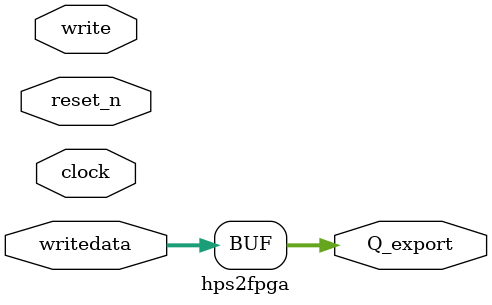
<source format=v>

module hps2fpga (clock, reset_n,writedata, write, Q_export);
// signals for connecting to the Avalon fabric
	input clock, write, reset_n;

	input [31:0] writedata;

	// signal for exporting register contents outside of the embedded system
	output [31:0] Q_export;
	
	assign Q_export = writedata;
endmodule

</source>
